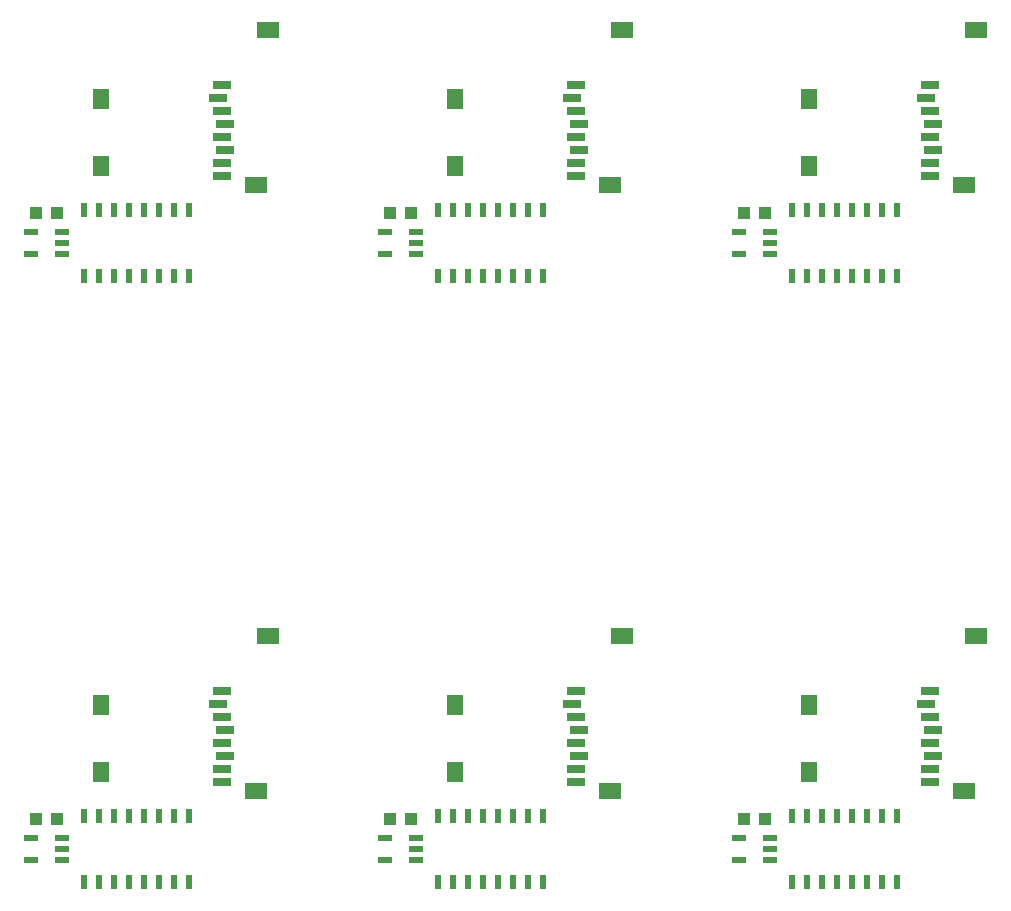
<source format=gbp>
G75*
%MOIN*%
%OFA0B0*%
%FSLAX25Y25*%
%IPPOS*%
%LPD*%
%AMOC8*
5,1,8,0,0,1.08239X$1,22.5*
%
%ADD10R,0.02362X0.04724*%
%ADD11R,0.05512X0.07087*%
%ADD12R,0.07480X0.05512*%
%ADD13R,0.05906X0.03150*%
%ADD14R,0.04724X0.02165*%
%ADD15R,0.04331X0.03937*%
D10*
X0155855Y0057476D03*
X0160855Y0057476D03*
X0165855Y0057476D03*
X0170855Y0057476D03*
X0175855Y0057476D03*
X0180855Y0057476D03*
X0185855Y0057476D03*
X0190855Y0057476D03*
X0190855Y0079524D03*
X0185855Y0079524D03*
X0180855Y0079524D03*
X0175855Y0079524D03*
X0170855Y0079524D03*
X0165855Y0079524D03*
X0160855Y0079524D03*
X0155855Y0079524D03*
X0273855Y0079524D03*
X0278855Y0079524D03*
X0283855Y0079524D03*
X0288855Y0079524D03*
X0293855Y0079524D03*
X0298855Y0079524D03*
X0303855Y0079524D03*
X0308855Y0079524D03*
X0308855Y0057476D03*
X0303855Y0057476D03*
X0298855Y0057476D03*
X0293855Y0057476D03*
X0288855Y0057476D03*
X0283855Y0057476D03*
X0278855Y0057476D03*
X0273855Y0057476D03*
X0391855Y0057476D03*
X0396855Y0057476D03*
X0401855Y0057476D03*
X0406855Y0057476D03*
X0411855Y0057476D03*
X0416855Y0057476D03*
X0421855Y0057476D03*
X0426855Y0057476D03*
X0426855Y0079524D03*
X0421855Y0079524D03*
X0416855Y0079524D03*
X0411855Y0079524D03*
X0406855Y0079524D03*
X0401855Y0079524D03*
X0396855Y0079524D03*
X0391855Y0079524D03*
X0391855Y0259476D03*
X0396855Y0259476D03*
X0401855Y0259476D03*
X0406855Y0259476D03*
X0411855Y0259476D03*
X0416855Y0259476D03*
X0421855Y0259476D03*
X0426855Y0259476D03*
X0426855Y0281524D03*
X0421855Y0281524D03*
X0416855Y0281524D03*
X0411855Y0281524D03*
X0406855Y0281524D03*
X0401855Y0281524D03*
X0396855Y0281524D03*
X0391855Y0281524D03*
X0308855Y0281524D03*
X0303855Y0281524D03*
X0298855Y0281524D03*
X0293855Y0281524D03*
X0288855Y0281524D03*
X0283855Y0281524D03*
X0278855Y0281524D03*
X0273855Y0281524D03*
X0273855Y0259476D03*
X0278855Y0259476D03*
X0283855Y0259476D03*
X0288855Y0259476D03*
X0293855Y0259476D03*
X0298855Y0259476D03*
X0303855Y0259476D03*
X0308855Y0259476D03*
X0190855Y0259476D03*
X0185855Y0259476D03*
X0180855Y0259476D03*
X0175855Y0259476D03*
X0170855Y0259476D03*
X0165855Y0259476D03*
X0160855Y0259476D03*
X0155855Y0259476D03*
X0155855Y0281524D03*
X0160855Y0281524D03*
X0165855Y0281524D03*
X0170855Y0281524D03*
X0175855Y0281524D03*
X0180855Y0281524D03*
X0185855Y0281524D03*
X0190855Y0281524D03*
D11*
X0161430Y0296071D03*
X0161430Y0318512D03*
X0279430Y0318512D03*
X0279430Y0296071D03*
X0397430Y0296071D03*
X0397430Y0318512D03*
X0397430Y0116512D03*
X0397430Y0094071D03*
X0279430Y0094071D03*
X0279430Y0116512D03*
X0161430Y0116512D03*
X0161430Y0094071D03*
D12*
X0213202Y0087772D03*
X0217139Y0139543D03*
X0331202Y0087772D03*
X0335139Y0139543D03*
X0453139Y0139543D03*
X0449202Y0087772D03*
X0449202Y0289772D03*
X0453139Y0341543D03*
X0335139Y0341543D03*
X0331202Y0289772D03*
X0217139Y0341543D03*
X0213202Y0289772D03*
D13*
X0201981Y0292882D03*
X0201981Y0297213D03*
X0202769Y0301543D03*
X0201981Y0305874D03*
X0202769Y0310205D03*
X0201981Y0314535D03*
X0200407Y0318866D03*
X0201981Y0323197D03*
X0318407Y0318866D03*
X0319981Y0314535D03*
X0320769Y0310205D03*
X0319981Y0305874D03*
X0320769Y0301543D03*
X0319981Y0297213D03*
X0319981Y0292882D03*
X0319981Y0323197D03*
X0436407Y0318866D03*
X0437981Y0314535D03*
X0438769Y0310205D03*
X0437981Y0305874D03*
X0438769Y0301543D03*
X0437981Y0297213D03*
X0437981Y0292882D03*
X0437981Y0323197D03*
X0437981Y0121197D03*
X0436407Y0116866D03*
X0437981Y0112535D03*
X0438769Y0108205D03*
X0437981Y0103874D03*
X0438769Y0099543D03*
X0437981Y0095213D03*
X0437981Y0090882D03*
X0320769Y0099543D03*
X0319981Y0095213D03*
X0319981Y0090882D03*
X0319981Y0103874D03*
X0320769Y0108205D03*
X0319981Y0112535D03*
X0318407Y0116866D03*
X0319981Y0121197D03*
X0202769Y0108205D03*
X0201981Y0112535D03*
X0200407Y0116866D03*
X0201981Y0121197D03*
X0201981Y0103874D03*
X0202769Y0099543D03*
X0201981Y0095213D03*
X0201981Y0090882D03*
D14*
X0138237Y0064760D03*
X0138237Y0072240D03*
X0148474Y0072240D03*
X0148474Y0068500D03*
X0148474Y0064760D03*
X0256237Y0064760D03*
X0256237Y0072240D03*
X0266474Y0072240D03*
X0266474Y0068500D03*
X0266474Y0064760D03*
X0374237Y0064760D03*
X0374237Y0072240D03*
X0384474Y0072240D03*
X0384474Y0068500D03*
X0384474Y0064760D03*
X0384474Y0266760D03*
X0384474Y0270500D03*
X0384474Y0274240D03*
X0374237Y0274240D03*
X0374237Y0266760D03*
X0266474Y0266760D03*
X0266474Y0270500D03*
X0266474Y0274240D03*
X0256237Y0274240D03*
X0256237Y0266760D03*
X0148474Y0266760D03*
X0148474Y0270500D03*
X0148474Y0274240D03*
X0138237Y0274240D03*
X0138237Y0266760D03*
D15*
X0140009Y0280500D03*
X0146702Y0280500D03*
X0258009Y0280500D03*
X0264702Y0280500D03*
X0376009Y0280500D03*
X0382702Y0280500D03*
X0382702Y0078500D03*
X0376009Y0078500D03*
X0264702Y0078500D03*
X0258009Y0078500D03*
X0146702Y0078500D03*
X0140009Y0078500D03*
M02*

</source>
